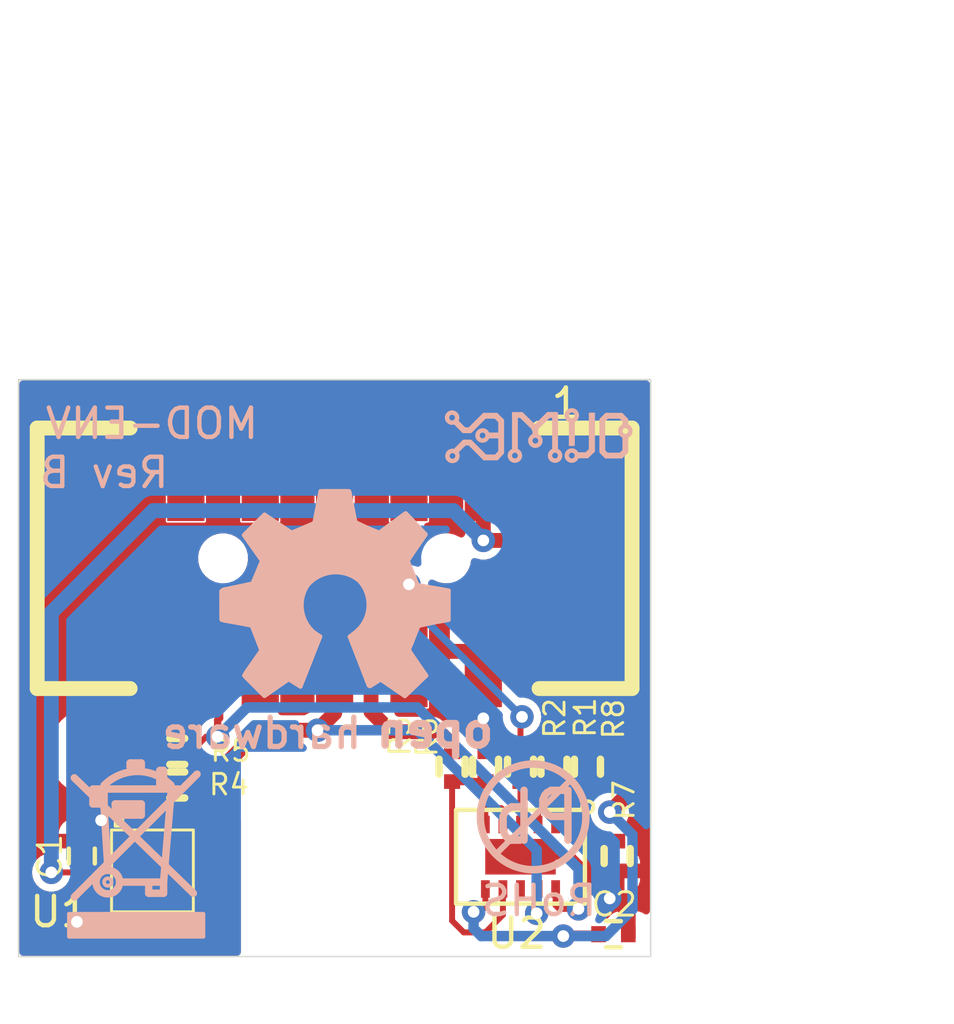
<source format=kicad_pcb>
(kicad_pcb (version 20221018) (generator pcbnew)
  (layers (0 "F.Cu" signal) (31 "B.Cu" signal) (34 "B.Paste" user) (35 "F.Paste" user) (36 "B.SilkS" user "B.Silkscreen") (37 "F.SilkS" user "F.Silkscreen") (38 "B.Mask" user) (39 "F.Mask" user) (44 "Edge.Cuts" user))
  (net 0 "")
  (net 1 "GND")
  (net 2 "VDD")
  (net 3 "Net-(CON1-Pad10)")
  (net 4 "Net-(CON1-Pad9)")
  (net 5 "Net-(CON1-Pad8)")
  (net 6 "Net-(CON1-Pad7)")
  (net 7 "Net-(CON1-Pad6)")
  (net 8 "Net-(CON1-Pad5)")
  (net 9 "Net-(CON1-Pad4)")
  (net 10 "Net-(CON1-Pad3)")
  (net 11 "Net-(R1-Pad1)")
  (net 12 "Net-(R2-Pad1)")
  (net 13 "Net-(R3-Pad1)")
  (net 14 "Net-(U2-Pad4)")
  (net 15 "Net-(R7-Pad2)")
  (footprint "OLIMEX_RLC-FP:C_0402_5MIL_DWS" (layer "F.Cu") (at 79.629 73.406 90)
    (fp_text reference "C1" (at -0.0254 -1.0922 90) (layer "F.SilkS") (effects (font (size 0.8 0.8) (thickness 0.1))))
    (fp_text value "100nF")
    (pad "1" smd rect (at -0.508 0 270) (size 0.5 0.55) (layers "F.Cu" "F.Paste" "F.Mask") (net 2 "VDD"))
    (pad "2" smd rect (at 0.508 0 90) (size 0.5 0.55) (layers "F.Cu" "F.Paste" "F.Mask") (net 1 "GND"))
  )
  (footprint "OLIMEX_RLC-FP:C_0402_5MIL_DWS" (layer "F.Cu") (at 97.79 76.073)
    (fp_text reference "C2" (at 0.0254 -1.016) (layer "F.SilkS") (effects (font (size 0.8 0.8) (thickness 0.1))))
    (fp_text value "100nF")
    (pad "1" smd rect (at -0.508 0 180) (size 0.5 0.55) (layers "F.Cu" "F.Paste" "F.Mask") (net 2 "VDD"))
    (pad "2" smd rect (at 0.508 0) (size 0.5 0.55) (layers "F.Cu" "F.Paste" "F.Mask") (net 1 "GND"))
  )
  (footprint "OLIMEX_Connectors-FP:UEXTM-SMD" (layer "F.Cu") (at 88.265 63.246)
    (fp_text reference "CON1" (at 0.126999 -0.127) (layer "F.SilkS"))
    (fp_text value "BH10S")
    (fp_text user "1" (at 7.8994 -5.2832) (layer "F.SilkS"))
    (pad "" np_thru_hole circle (at -3.81 0 270) (size 1.2 1.2) (drill 1.2) (layers "*.Cu" "*.Mask"))
    (pad "" np_thru_hole circle (at 3.81 0 270) (size 1.2 1.2) (drill 1.2) (layers "*.Cu" "*.Mask"))
    (pad "1" smd rect (at 5.08 -3.175) (size 1.27 3.81) (layers "F.Cu" "F.Mask") (net 2 "VDD") (clearance 0.0508))
    (pad "2" smd rect (at 5.08 3.175) (size 1.27 3.81) (layers "F.Cu" "F.Mask") (net 1 "GND") (clearance 0.0508))
    (pad "3" smd rect (at 2.54 -3.175) (size 1.27 3.81) (layers "F.Cu" "F.Mask") (net 10 "Net-(CON1-Pad3)") (clearance 0.0508))
    (pad "4" smd rect (at 2.54 3.175) (size 1.27 3.81) (layers "F.Cu" "F.Mask") (net 9 "Net-(CON1-Pad4)") (clearance 0.0508))
    (pad "5" smd rect (at 0 -3.175) (size 1.27 3.81) (layers "F.Cu" "F.Mask") (net 8 "Net-(CON1-Pad5)") (clearance 0.0508))
    (pad "6" smd rect (at 0 3.175) (size 1.27 3.81) (layers "F.Cu" "F.Mask") (net 7 "Net-(CON1-Pad6)") (clearance 0.0508))
    (pad "7" smd rect (at -2.54 -3.175) (size 1.27 3.81) (layers "F.Cu" "F.Mask") (net 6 "Net-(CON1-Pad7)") (clearance 0.0508))
    (pad "8" smd rect (at -2.54 3.175) (size 1.27 3.81) (layers "F.Cu" "F.Mask") (net 5 "Net-(CON1-Pad8)") (clearance 0.0508))
    (pad "9" smd rect (at -5.08 -3.175) (size 1.27 3.81) (layers "F.Cu" "F.Mask") (net 4 "Net-(CON1-Pad9)") (clearance 0.0508))
    (pad "10" smd rect (at -5.08 3.175) (size 1.27 3.81) (layers "F.Cu" "F.Mask") (net 3 "Net-(CON1-Pad10)") (clearance 0.0508))
  )
  (footprint "OLIMEX_RLC-FP:R_0402_5MIL_DWS" (layer "F.Cu") (at 95.758 70.358 90)
    (fp_text reference "R1" (at 1.6764 1.0668 90) (layer "F.SilkS") (effects (font (size 0.7 0.7) (thickness 0.1))))
    (fp_text value "4.7K")
    (pad "1" smd rect (at -0.508 0 270) (size 0.5 0.55) (layers "F.Cu" "F.Paste" "F.Mask") (net 11 "Net-(R1-Pad1)"))
    (pad "2" smd rect (at 0.508 0 90) (size 0.5 0.55) (layers "F.Cu" "F.Paste" "F.Mask") (net 2 "VDD"))
  )
  (footprint "OLIMEX_RLC-FP:R_0402_5MIL_DWS" (layer "F.Cu") (at 94.615 70.358 90)
    (fp_text reference "R2" (at 1.651 1.1684 90) (layer "F.SilkS") (effects (font (size 0.7 0.7) (thickness 0.1))))
    (fp_text value "(n.a.)100R")
    (pad "1" smd rect (at -0.508 0 270) (size 0.5 0.55) (layers "F.Cu" "F.Paste" "F.Mask") (net 12 "Net-(R2-Pad1)"))
    (pad "2" smd rect (at 0.508 0 90) (size 0.5 0.55) (layers "F.Cu" "F.Paste" "F.Mask") (net 9 "Net-(CON1-Pad4)"))
  )
  (footprint "OLIMEX_RLC-FP:R_0402_5MIL_DWS" (layer "F.Cu") (at 92.2782 70.358 90)
    (fp_text reference "R3" (at 1.0414 -1.778 90) (layer "F.SilkS") (effects (font (size 0.7 0.7) (thickness 0.1))))
    (fp_text value "(n.a.)100R")
    (pad "1" smd rect (at -0.508 0 270) (size 0.5 0.55) (layers "F.Cu" "F.Paste" "F.Mask") (net 13 "Net-(R3-Pad1)"))
    (pad "2" smd rect (at 0.508 0 90) (size 0.5 0.55) (layers "F.Cu" "F.Paste" "F.Mask") (net 10 "Net-(CON1-Pad3)"))
  )
  (footprint "OLIMEX_RLC-FP:R_0402_5MIL_DWS" (layer "F.Cu") (at 82.890848 70.980073 180)
    (fp_text reference "R4" (at -1.767352 0.012473 180) (layer "F.SilkS") (effects (font (size 0.7 0.7) (thickness 0.1))))
    (fp_text value "4.7K")
    (pad "1" smd rect (at -0.508 0) (size 0.5 0.55) (layers "F.Cu" "F.Paste" "F.Mask") (net 7 "Net-(CON1-Pad6)"))
    (pad "2" smd rect (at 0.508 0 180) (size 0.5 0.55) (layers "F.Cu" "F.Paste" "F.Mask") (net 2 "VDD"))
  )
  (footprint "OLIMEX_RLC-FP:R_0402_5MIL_DWS" (layer "F.Cu") (at 82.890848 69.837073 180)
    (fp_text reference "R5" (at -1.818152 0.012473 180) (layer "F.SilkS") (effects (font (size 0.7 0.7) (thickness 0.1))))
    (fp_text value "4.7K")
    (pad "1" smd rect (at -0.508 0) (size 0.5 0.55) (layers "F.Cu" "F.Paste" "F.Mask") (net 8 "Net-(CON1-Pad5)"))
    (pad "2" smd rect (at 0.508 0 180) (size 0.5 0.55) (layers "F.Cu" "F.Paste" "F.Mask") (net 2 "VDD"))
  )
  (footprint "OLIMEX_IC-FP:BME280" (layer "F.Cu") (at 82.042 73.914 90)
    (fp_text reference "U1" (at -1.397 -3.175 180) (layer "F.SilkS"))
    (fp_text value "BME280")
    (pad "1" smd rect (at 1.025 -0.975 90) (size 0.5 0.325) (layers "F.Cu" "F.Paste" "F.Mask") (net 1 "GND"))
    (pad "2" smd rect (at 1.025 -0.325 90) (size 0.5 0.325) (layers "F.Cu" "F.Paste" "F.Mask") (net 2 "VDD"))
    (pad "3" smd rect (at 1.025 0.325 90) (size 0.5 0.325) (layers "F.Cu" "F.Paste" "F.Mask") (net 7 "Net-(CON1-Pad6)"))
    (pad "4" smd rect (at 1.025 0.975 90) (size 0.5 0.325) (layers "F.Cu" "F.Paste" "F.Mask") (net 8 "Net-(CON1-Pad5)"))
    (pad "5" smd rect (at -1.025 0.975 90) (size 0.5 0.325) (layers "F.Cu" "F.Paste" "F.Mask") (net 2 "VDD"))
    (pad "6" smd rect (at -1.025 0.325 90) (size 0.5 0.325) (layers "F.Cu" "F.Paste" "F.Mask") (net 2 "VDD"))
    (pad "7" smd rect (at -1.025 -0.325 90) (size 0.5 0.325) (layers "F.Cu" "F.Paste" "F.Mask") (net 1 "GND"))
    (pad "8" smd rect (at -1.025 -0.975 90) (size 0.5 0.325) (layers "F.Cu" "F.Paste" "F.Mask") (net 2 "VDD"))
  )
  (footprint "OLIMEX_IC-FP:CCS811" (layer "F.Cu") (at 94.615 73.4314 -90)
    (fp_text reference "U2" (at 2.6162 0.127) (layer "F.SilkS"))
    (fp_text value "CCS811")
    (fp_poly (pts (xy -0.6 -0.9) (xy -0.3 -1.2) (xy 0.6 -1.2) (xy 0.6 1.2) (xy -0.6 1.2)) (stroke (width 0.01)) (fill solid) (layer "F.Cu"))
    (pad "1" smd rect (at -1.1 -1.2 270) (size 0.6 0.3) (layers "F.Cu" "F.Paste" "F.Mask") (net 15 "Net-(R7-Pad2)"))
    (pad "2" smd rect (at -1.1 -0.6 270) (size 0.6 0.3) (layers "F.Cu" "F.Paste" "F.Mask") (net 11 "Net-(R1-Pad1)"))
    (pad "3" smd rect (at -1.1 0 270) (size 0.6 0.3) (layers "F.Cu" "F.Paste" "F.Mask") (net 12 "Net-(R2-Pad1)"))
    (pad "4" smd rect (at -1.1 0.6 270) (size 0.6 0.3) (layers "F.Cu" "F.Paste" "F.Mask") (net 14 "Net-(U2-Pad4)"))
    (pad "5" smd rect (at -1.1 1.2 270) (size 0.6 0.3) (layers "F.Cu" "F.Paste" "F.Mask") (net 14 "Net-(U2-Pad4)"))
    (pad "6" smd rect (at 1.1 1.2 270) (size 0.6 0.3) (layers "F.Cu" "F.Paste" "F.Mask") (net 2 "VDD"))
    (pad "7" smd rect (at 1.1 0.6 270) (size 0.6 0.3) (layers "F.Cu" "F.Paste" "F.Mask") (net 13 "Net-(R3-Pad1)"))
    (pad "8" smd rect (at 1.1 0 270) (size 0.6 0.3) (layers "F.Cu" "F.Paste" "F.Mask"))
    (pad "9" smd rect (at 1.1 -0.6 270) (size 0.6 0.3) (layers "F.Cu" "F.Paste" "F.Mask") (net 7 "Net-(CON1-Pad6)"))
    (pad "10" smd rect (at 1.1 -1.2 270) (size 0.6 0.3) (layers "F.Cu" "F.Paste" "F.Mask") (net 8 "Net-(CON1-Pad5)"))
    (pad "EP" smd rect (at 0 0 270) (size 1.2 1.8) (layers "F.Cu" "F.Paste" "F.Mask") (net 1 "GND"))
  )
  (footprint "OLIMEX_Other-FP:Fiducial1x3_transp" (layer "F.Cu") (at 80.01 69.85)
    (fp_text reference "Ref*" hide)
    (fp_text value "Val**" hide)
    (pad "Fid1" connect circle (at 0 0) (size 1 1) (layers "F.Cu" "F.Mask") (clearance 1.016))
  )
  (footprint "OLIMEX_Other-FP:Fiducial1x3_transp" (layer "F.Cu") (at 96.393 61.595)
    (fp_text reference "Ref*" hide)
    (fp_text value "Val**" hide)
    (pad "Fid1" connect circle (at 0 0) (size 1 1) (layers "F.Cu" "F.Mask") (clearance 1.016))
  )
  (footprint "OLIMEX_Other-FP:NPTH_4x1" (layer "F.Cu") (at 88.265 73.5076 90)
    (fp_text reference "REF**" hide)
    (fp_text value "NPTH_4x1" hide)
    (pad "" np_thru_hole oval (at 0 0 90) (size 4.5 3.2) (drill oval 4.5 3.2) (layers "*.Cu" "*.Mask"))
  )
  (footprint "OLIMEX_RLC-FP:R_0402_5MIL_DWS" (layer "F.Cu") (at 93.4212 70.358 90)
    (fp_text reference "R6" (at 1.016 -2.0066 90) (layer "F.SilkS") (effects (font (size 0.7 0.7) (thickness 0.1))))
    (fp_text value "100R")
    (pad "1" smd rect (at -0.508 0 270) (size 0.5 0.55) (layers "F.Cu" "F.Paste" "F.Mask") (net 13 "Net-(R3-Pad1)"))
    (pad "2" smd rect (at 0.508 0 90) (size 0.5 0.55) (layers "F.Cu" "F.Paste" "F.Mask") (net 1 "GND"))
  )
  (footprint "OLIMEX_RLC-FP:R_0402_5MIL_DWS" (layer "F.Cu") (at 97.917 73.406 90)
    (fp_text reference "R7" (at 1.905 0.2286 90) (layer "F.SilkS") (effects (font (size 0.7 0.7) (thickness 0.1))))
    (fp_text value "100R")
    (pad "1" smd rect (at -0.508 0 270) (size 0.5 0.55) (layers "F.Cu" "F.Paste" "F.Mask") (net 1 "GND"))
    (pad "2" smd rect (at 0.508 0 90) (size 0.5 0.55) (layers "F.Cu" "F.Paste" "F.Mask") (net 15 "Net-(R7-Pad2)"))
  )
  (footprint "OLIMEX_RLC-FP:R_0402_5MIL_DWS" (layer "F.Cu") (at 96.901 70.358 -90)
    (fp_text reference "R8" (at -1.6256 -0.889 270) (layer "F.SilkS") (effects (font (size 0.7 0.7) (thickness 0.1))))
    (fp_text value "(N.A.)100R")
    (pad "1" smd rect (at -0.508 0 90) (size 0.5 0.55) (layers "F.Cu" "F.Paste" "F.Mask") (net 2 "VDD"))
    (pad "2" smd rect (at 0.508 0 270) (size 0.5 0.55) (layers "F.Cu" "F.Paste" "F.Mask") (net 15 "Net-(R7-Pad2)"))
  )
  (footprint "OLIMEX_LOGOs-FP:OLIMEX_LOGO_SMALL_TB" (layer "B.Cu") (at 95.25 59.055 180)
    (fp_text reference "")
    (fp_text value "")
  )
  (footprint "OLIMEX_LOGOs-FP:LOGO_OPENHARDWARE_8x8" (layer "B.Cu") (at 88.2904 64.9478 180)
    (fp_text reference "" hide)
    (fp_text value "" hide)
    (fp_text user "open" (at -3.40106 -4.17576 180) (layer "B.SilkS") (effects (font (size 1.1 1.1) (thickness 0.254)) (justify mirror)))
    (fp_text user "hardware" (at 2.51206 -4.2672 180) (layer "B.SilkS") (effects (font (thickness 0.18)) (justify mirror)))
  )
  (footprint "OLIMEX_LOGOs-FP:LOGO_PBFREE" (layer "B.Cu") (at 95.25 71.755)
    (fp_text reference "")
    (fp_text value "")
    (fp_text user "Pb" (at -0.08636 0.33528) (layer "B.SilkS") (effects (font (size 1.7 1.5) (thickness 0.254)) (justify mirror)))
  )
  (footprint "OLIMEX_LOGOs-FP:LOGO_RECYCLEBIN_1" (layer "B.Cu") (at 83.82 76.2 180)
    (fp_text reference "" hide)
    (fp_text value "" hide)
  )
  (gr_line (start 99.06 76.835) (end 77.47 76.835) (stroke (width 0.05)) (layer "Edge.Cuts"))
  (gr_line (start 77.47 57.15) (end 99.06 57.15) (stroke (width 0.05)) (layer "Edge.Cuts"))
  (gr_line (start 77.47 76.835) (end 77.47 57.15) (stroke (width 0.05)) (layer "Edge.Cuts"))
  (gr_line (start 99.06 57.15) (end 99.06 76.835) (stroke (width 0.05)) (layer "Edge.Cuts"))
  (gr_text "MOD-ENV" (at 78.3082 58.6486) (layer "B.SilkS") (effects (font (size 1 1)) (justify right mirror)))
  (gr_text "Rev B" (at 80.391 60.325) (layer "B.SilkS") (effects (font (size 1 1)) (justify mirror)))
  (gr_text "RoHS" (at 95.25 74.93) (layer "B.SilkS") (effects (font (size 1 1)) (justify mirror)))
  (segment (start 79.629 72.3138) (end 79.629 72.898) (width 0.2032) (layer "F.Cu") (net 1))
  (segment (start 93.4212 68.7832) (end 93.345 68.707) (width 0.25) (layer "F.Cu") (net 1))
  (segment (start 97.663 74.5744) (end 97.917 74.3204) (width 0.25) (layer "F.Cu") (net 1))
  (segment (start 81.717 74.939) (end 81.717 75.3922) (width 0.2032) (layer "F.Cu") (net 1))
  (segment (start 98.298 75.4888) (end 97.663 74.8538) (width 0.25) (layer "F.Cu") (net 1))
  (segment (start 96.774 73.787) (end 96.901 73.914) (width 0.25) (layer "F.Cu") (net 1))
  (segment (start 96.901 73.914) (end 97.917 73.914) (width 0.25) (layer "F.Cu") (net 1))
  (segment (start 95.7182 73.4314) (end 95.8088 73.4314) (width 0.2032) (layer "F.Cu") (net 1))
  (segment (start 80.028392 75.651079) (end 79.462707 75.651079) (width 0.2032) (layer "F.Cu") (net 1))
  (segment (start 81.717 75.3922) (end 81.458121 75.651079) (width 0.2032) (layer "F.Cu") (net 1))
  (segment (start 98.298 76.073) (end 98.298 75.4888) (width 0.25) (layer "F.Cu") (net 1))
  (segment (start 81.067 72.3294) (end 80.9244 72.1868) (width 0.2032) (layer "F.Cu") (net 1))
  (segment (start 95.7182 73.4314) (end 96.4184 73.4314) (width 0.2032) (layer "F.Cu") (net 1))
  (segment (start 97.663 74.8538) (end 97.663 74.5744) (width 0.25) (layer "F.Cu") (net 1))
  (segment (start 93.4212 69.85) (end 93.4212 68.7832) (width 0.25) (layer "F.Cu") (net 1))
  (segment (start 79.756 72.1868) (end 79.629 72.3138) (width 0.2032) (layer "F.Cu") (net 1))
  (segment (start 81.067 72.889) (end 81.067 72.3294) (width 0.2032) (layer "F.Cu") (net 1))
  (segment (start 93.345 66.421) (end 93.345 68.707) (width 0.508) (layer "F.Cu") (net 1))
  (segment (start 81.458121 75.651079) (end 80.028392 75.651079) (width 0.2032) (layer "F.Cu") (net 1))
  (segment (start 80.2894 72.1868) (end 79.756 72.1868) (width 0.2032) (layer "F.Cu") (net 1))
  (segment (start 80.9244 72.1868) (end 80.2894 72.1868) (width 0.2032) (layer "F.Cu") (net 1))
  (segment (start 97.917 74.3204) (end 97.917 73.914) (width 0.25) (layer "F.Cu") (net 1))
  (segment (start 96.4184 73.4314) (end 96.774 73.787) (width 0.2032) (layer "F.Cu") (net 1))
  (segment (start 94.615 73.4314) (end 95.7182 73.4314) (width 0.2032) (layer "F.Cu") (net 1))
  (via (at 97.663 74.8538) (size 0.8) (drill 0.4) (layers "F.Cu" "B.Cu") (net 1))
  (via (at 79.462707 75.651079) (size 0.8) (drill 0.4) (layers "F.Cu" "B.Cu") (net 1))
  (via (at 93.345 68.707) (size 0.8) (drill 0.4) (layers "F.Cu" "B.Cu") (net 1))
  (via (at 80.2894 72.1868) (size 0.8) (drill 0.4) (layers "F.Cu" "B.Cu") (net 1))
  (segment (start 85.489515 66.421) (end 91.059 66.421) (width 0.762) (layer "B.Cu") (net 1))
  (segment (start 80.2894 72.1868) (end 80.2894 71.621115) (width 0.762) (layer "B.Cu") (net 1))
  (segment (start 91.059 66.421) (end 93.345 68.707) (width 0.762) (layer "B.Cu") (net 1))
  (segment (start 80.2894 74.824386) (end 80.2894 72.1868) (width 0.762) (layer "B.Cu") (net 1))
  (segment (start 97.4344 74.392518) (end 97.681991 74.640109) (width 0.762) (layer "B.Cu") (net 1))
  (segment (start 93.345 68.707) (end 93.345 69.272685) (width 0.762) (layer "B.Cu") (net 1))
  (segment (start 97.4344 73.362085) (end 97.4344 74.392518) (width 0.762) (layer "B.Cu") (net 1))
  (segment (start 80.2894 71.621115) (end 85.489515 66.421) (width 0.762) (layer "B.Cu") (net 1))
  (segment (start 79.462707 75.651079) (end 80.2894 74.824386) (width 0.762) (layer "B.Cu") (net 1))
  (segment (start 93.345 69.272685) (end 97.4344 73.362085) (width 0.762) (layer "B.Cu") (net 1))
  (segment (start 93.345 60.071) (end 93.345 61.341) (width 0.508) (layer "F.Cu") (net 2))
  (segment (start 82.382848 69.837073) (end 82.382848 70.980073) (width 0.3556) (layer "F.Cu") (net 2))
  (segment (start 83.017 74.4858) (end 82.8516 74.3204) (width 0.2032) (layer "F.Cu") (net 2))
  (segment (start 93.415 75.1394) (end 93.24366 75.31074) (width 0.2032) (layer "F.Cu") (net 2))
  (segment (start 81.067 74.3302) (end 81.0768 74.3204) (width 0.2032) (layer "F.Cu") (net 2))
  (segment (start 82.367 74.939) (end 82.367 74.4858) (width 0.2032) (layer "F.Cu") (net 2))
  (segment (start 80.1072 73.914) (end 79.629 73.914) (width 0.2032) (layer "F.Cu") (net 2))
  (segment (start 93.345 60.071) (end 93.345 62.6364) (width 0.508) (layer "F.Cu") (net 2))
  (segment (start 83.017 74.939) (end 83.017 74.4858) (width 0.2032) (layer "F.Cu") (net 2))
  (segment (start 98.062999 71.507401) (end 97.663 71.9074) (width 0.508) (layer "F.Cu") (net 2))
  (segment (start 97.282 76.073) (end 96.141082 76.073) (width 0.25) (layer "F.Cu") (net 2))
  (segment (start 81.717 72.889) (end 81.717 74.3002) (width 0.2032) (layer "F.Cu") (net 2))
  (segment (start 93.24366 75.31074) (end 93.012478 75.31074) (width 0.2032) (layer "F.Cu") (net 2))
  (segment (start 82.3722 74.3204) (end 81.7372 74.3204) (width 0.2032) (layer "F.Cu") (net 2))
  (segment (start 81.067 74.939) (end 81.067 74.3302) (width 0.2032) (layer "F.Cu") (net 2))
  (segment (start 78.5876 73.9648) (end 79.5782 73.9648) (width 0.2032) (layer "F.Cu") (net 2))
  (segment (start 81.717 72.889) (end 81.717 71.192721) (width 0.2032) (layer "F.Cu") (net 2))
  (segment (start 80.5136 74.3204) (end 80.1072 73.914) (width 0.2032) (layer "F.Cu") (net 2))
  (segment (start 96.141082 76.073) (end 96.076541 76.137541) (width 0.25) (layer "F.Cu") (net 2))
  (segment (start 81.0768 74.3204) (end 80.5136 74.3204) (width 0.2032) (layer "F.Cu") (net 2))
  (segment (start 98.1456 69.85) (end 98.2218 69.7738) (width 0.25) (layer "F.Cu") (net 2))
  (segment (start 79.5782 73.9648) (end 79.629 73.914) (width 0.2032) (layer "F.Cu") (net 2))
  (segment (start 93.345 62.6364) (end 94.6404 62.6364) (width 0.508) (layer "F.Cu") (net 2))
  (segment (start 96.901 69.85) (end 98.1456 69.85) (width 0.25) (layer "F.Cu") (net 2))
  (segment (start 93.415 74.5314) (end 93.415 75.1394) (width 0.2032) (layer "F.Cu") (net 2))
  (segment (start 81.7372 74.3204) (end 81.0768 74.3204) (width 0.2032) (layer "F.Cu") (net 2))
  (segment (start 95.758 69.85) (end 96.901 69.85) (width 0.25) (layer "F.Cu") (net 2))
  (segment (start 98.2218 66.2178) (end 98.2218 69.7738) (width 0.508) (layer "F.Cu") (net 2))
  (segment (start 82.3722 74.4806) (end 82.3722 74.3204) (width 0.2032) (layer "F.Cu") (net 2))
  (segment (start 81.717 71.192721) (end 81.929648 70.980073) (width 0.2032) (layer "F.Cu") (net 2))
  (segment (start 98.2218 69.7738) (end 98.2218 71.3486) (width 0.508) (layer "F.Cu") (net 2))
  (segment (start 81.929648 70.980073) (end 82.382848 70.980073) (width 0.2032) (layer "F.Cu") (net 2))
  (segment (start 82.367 74.4858) (end 82.3722 74.4806) (width 0.2032) (layer "F.Cu") (net 2))
  (segment (start 98.2218 71.3486) (end 98.062999 71.507401) (width 0.508) (layer "F.Cu") (net 2))
  (segment (start 82.8516 74.3204) (end 82.3722 74.3204) (width 0.2032) (layer "F.Cu") (net 2))
  (segment (start 94.6404 62.6364) (end 98.2218 66.2178) (width 0.508) (layer "F.Cu") (net 2))
  (segment (start 81.717 74.3002) (end 81.7372 74.3204) (width 0.2032) (layer "F.Cu") (net 2))
  (via (at 93.345 62.6364) (size 0.8) (drill 0.4) (layers "F.Cu" "B.Cu") (net 2))
  (via (at 96.076541 76.137541) (size 0.8) (drill 0.4) (layers "F.Cu" "B.Cu") (net 2))
  (via (at 93.012478 75.31074) (size 0.8) (drill 0.4) (layers "F.Cu" "B.Cu") (net 2))
  (via (at 97.663 71.9074) (size 0.8) (drill 0.4) (layers "F.Cu" "B.Cu") (net 2))
  (via (at 78.5876 73.9648) (size 0.8) (drill 0.4) (layers "F.Cu" "B.Cu") (net 2))
  (segment (start 93.345 62.6364) (end 92.329 61.6204) (width 0.508) (layer "B.Cu") (net 2))
  (segment (start 93.0148 75.311004) (end 93.014536 75.31074) (width 0.2032) (layer "B.Cu") (net 2))
  (segment (start 93.012478 75.31074) (end 93.012478 75.876425) (width 0.3556) (layer "B.Cu") (net 2))
  (segment (start 92.329 61.6204) (end 82.0674 61.6204) (width 0.508) (layer "B.Cu") (net 2))
  (segment (start 82.0674 61.6204) (end 78.5876 65.1002) (width 0.508) (layer "B.Cu") (net 2))
  (segment (start 93.014536 75.31074) (end 93.012478 75.31074) (width 0.2032) (layer "B.Cu") (net 2))
  (segment (start 93.012478 75.876425) (end 93.273594 76.137541) (width 0.3556) (layer "B.Cu") (net 2))
  (segment (start 98.440801 75.227145) (end 98.440801 72.685201) (width 0.3556) (layer "B.Cu") (net 2))
  (segment (start 98.062999 72.307399) (end 97.663 71.9074) (width 0.3556) (layer "B.Cu") (net 2))
  (segment (start 96.076541 76.137541) (end 97.530405 76.137541) (width 0.3556) (layer "B.Cu") (net 2))
  (segment (start 98.440801 72.685201) (end 98.062999 72.307399) (width 0.3556) (layer "B.Cu") (net 2))
  (segment (start 93.273594 76.137541) (end 96.076541 76.137541) (width 0.3556) (layer "B.Cu") (net 2))
  (segment (start 78.5876 65.1002) (end 78.5876 73.9648) (width 0.508) (layer "B.Cu") (net 2))
  (segment (start 97.530405 76.137541) (end 98.440801 75.227145) (width 0.3556) (layer "B.Cu") (net 2))
  (segment (start 95.215 74.5314) (end 95.215 75.312639) (width 0.2032) (layer "F.Cu") (net 7))
  (segment (start 88.265 66.421) (end 88.265 68.5292) (width 0.508) (layer "F.Cu") (net 7))
  (segment (start 84.506059 70.306941) (end 84.506059 71.726496) (width 0.508) (layer "F.Cu") (net 7))
  (segment (start 85.6996 69.1134) (end 84.506059 70.306941) (width 0.508) (layer "F.Cu") (net 7))
  (segment (start 82.367 72.011921) (end 82.623921 71.755) (width 0.2032) (layer "F.Cu") (net 7))
  (segment (start 84.1756 72.056956) (end 84.1756 72.9234) (width 0.508) (layer "F.Cu") (net 7))
  (segment (start 82.623921 71.755) (end 83.398848 70.980073) (width 0.2032) (layer "F.Cu") (net 7))
  (segment (start 84.1756 73.3044) (end 84.1756 72.9234) (width 0.2032) (layer "F.Cu") (net 7))
  (segment (start 95.215 75.312639) (end 95.167899 75.35974) (width 0.2032) (layer "F.Cu") (net 7))
  (segment (start 82.367 72.889) (end 82.367 72.011921) (width 0.2032) (layer "F.Cu") (net 7))
  (segment (start 82.367 72.889) (end 82.367 73.604) (width 0.2032) (layer "F.Cu") (net 7))
  (segment (start 87.6808 69.1134) (end 85.6996 69.1134) (width 0.508) (layer "F.Cu") (net 7))
  (segment (start 82.6008 73.8378) (end 83.6422 73.8378) (width 0.2032) (layer "F.Cu") (net 7))
  (segment (start 83.6422 73.8378) (end 84.1756 73.3044) (width 0.2032) (layer "F.Cu") (net 7))
  (segment (start 82.367 73.604) (end 82.6008 73.8378) (width 0.2032) (layer "F.Cu") (net 7))
  (segment (start 88.265 68.5292) (end 87.6808 69.1134) (width 0.508) (layer "F.Cu") (net 7))
  (segment (start 84.506059 71.726496) (end 84.1756 72.056956) (width 0.508) (layer "F.Cu") (net 7))
  (via (at 87.6808 69.1134) (size 0.8) (drill 0.4) (layers "F.Cu" "B.Cu") (net 7))
  (via (at 95.167899 75.35974) (size 0.8) (drill 0.4) (layers "F.Cu" "B.Cu") (net 7))
  (segment (start 95.167899 73.196899) (end 95.167899 75.35974) (width 0.3556) (layer "B.Cu") (net 7))
  (segment (start 87.6808 69.1134) (end 91.0844 69.1134) (width 0.3556) (layer "B.Cu") (net 7))
  (segment (start 91.0844 69.1134) (end 95.167899 73.196899) (width 0.3556) (layer "B.Cu") (net 7))
  (segment (start 95.9358 75.2094) (end 96.5962 75.2094) (width 0.2032) (layer "F.Cu") (net 8))
  (segment (start 83.950449 70.413674) (end 83.398848 69.862073) (width 0.2032) (layer "F.Cu") (net 8))
  (segment (start 88.265 60.071) (end 88.265 62.484) (width 0.25) (layer "F.Cu") (net 8))
  (segment (start 83.398848 69.812073) (end 83.875898 69.335023) (width 0.2032) (layer "F.Cu") (net 8))
  (segment (start 83.017 72.429803) (end 83.950449 71.496354) (width 0.2032) (layer "F.Cu") (net 8))
  (segment (start 84.715001 64.255999) (end 84.338163 64.632837) (width 0.25) (layer "F.Cu") (net 8))
  (segment (start 84.338163 64.632837) (end 84.338163 68.701398) (width 0.25) (layer "F.Cu") (net 8))
  (segment (start 84.764999 64.255999) (end 84.715001 64.255999) (width 0.25) (layer "F.Cu") (net 8))
  (segment (start 86.558001 64.190999) (end 84.829999 64.190999) (width 0.25) (layer "F.Cu") (net 8))
  (segment (start 83.398848 69.837073) (end 83.398848 69.812073) (width 0.2032) (layer "F.Cu") (net 8))
  (segment (start 84.829999 64.190999) (end 84.764999 64.255999) (width 0.25) (layer "F.Cu") (net 8))
  (segment (start 84.338163 68.701398) (end 84.270223 68.769338) (width 0.25) (layer "F.Cu") (net 8))
  (segment (start 95.815 75.0886) (end 95.9358 75.2094) (width 0.2032) (layer "F.Cu") (net 8))
  (segment (start 84.270223 68.769338) (end 84.270223 69.335023) (width 0.25) (layer "F.Cu") (net 8))
  (segment (start 83.950449 71.496354) (end 83.950449 70.413674) (width 0.2032) (layer "F.Cu") (net 8))
  (segment (start 95.815 74.5314) (end 95.815 75.0886) (width 0.2032) (layer "F.Cu") (net 8))
  (segment (start 83.875898 69.335023) (end 84.270223 69.335023) (width 0.2032) (layer "F.Cu") (net 8))
  (segment (start 83.398848 69.862073) (end 83.398848 69.837073) (width 0.2032) (layer "F.Cu") (net 8))
  (segment (start 83.017 72.889) (end 83.017 72.429803) (width 0.2032) (layer "F.Cu") (net 8))
  (segment (start 88.265 62.484) (end 86.558001 64.190999) (width 0.25) (layer "F.Cu") (net 8))
  (via (at 84.270223 69.335023) (size 0.8) (drill 0.4) (layers "F.Cu" "B.Cu") (net 8))
  (via (at 96.5962 75.2094) (size 0.8) (drill 0.4) (layers "F.Cu" "B.Cu") (net 8))
  (segment (start 91.09235 68.335599) (end 85.269647 68.335599) (width 0.3556) (layer "B.Cu") (net 8))
  (segment (start 84.670222 68.935024) (end 84.270223 69.335023) (width 0.3556) (layer "B.Cu") (net 8))
  (segment (start 96.5962 75.2094) (end 96.5962 73.839449) (width 0.3556) (layer "B.Cu") (net 8))
  (segment (start 85.269647 68.335599) (end 84.670222 68.935024) (width 0.3556) (layer "B.Cu") (net 8))
  (segment (start 96.5962 73.839449) (end 91.09235 68.335599) (width 0.3556) (layer "B.Cu") (net 8))
  (segment (start 94.615 68.707) (end 94.6404 68.6816) (width 0.2032) (layer "F.Cu") (net 9))
  (segment (start 94.6658 68.6562) (end 94.6404 68.6816) (width 0.508) (layer "F.Cu") (net 9))
  (segment (start 90.805 66.421) (end 90.805 64.135) (width 0.25) (layer "F.Cu") (net 9))
  (segment (start 94.615 69.85) (end 94.615 68.707) (width 0.2032) (layer "F.Cu") (net 9))
  (via (at 94.6658 68.6562) (size 0.8) (drill 0.4) (layers "F.Cu" "B.Cu") (net 9))
  (via (at 90.805 64.135) (size 0.8) (drill 0.4) (layers "F.Cu" "B.Cu") (net 9))
  (segment (start 90.805 64.7954) (end 94.6658 68.6562) (width 0.25) (layer "B.Cu") (net 9))
  (segment (start 90.805 64.135) (end 90.805 64.7954) (width 0.25) (layer "B.Cu") (net 9))
  (segment (start 92.2782 69.3968) (end 92.0456 69.1642) (width 0.2032) (layer "F.Cu") (net 10))
  (segment (start 90.190998 69.1642) (end 89.5096 68.482802) (width 0.508) (layer "F.Cu") (net 10))
  (segment (start 89.5096 64.0588) (end 90.805 62.7634) (width 0.508) (layer "F.Cu") (net 10))
  (segment (start 91.5924 69.1642) (end 90.190998 69.1642) (width 0.508) (layer "F.Cu") (net 10))
  (segment (start 92.2782 69.85) (end 92.2782 69.3968) (width 0.2032) (layer "F.Cu") (net 10))
  (segment (start 89.5096 68.482802) (end 89.5096 64.0588) (width 0.508) (layer "F.Cu") (net 10))
  (segment (start 90.805 62.7634) (end 90.805 60.071) (width 0.508) (layer "F.Cu") (net 10))
  (segment (start 92.0456 69.1642) (end 91.5924 69.1642) (width 0.2032) (layer "F.Cu") (net 10))
  (segment (start 95.215 71.8916) (end 95.758 71.3486) (width 0.2032) (layer "F.Cu") (net 11))
  (segment (start 95.758 71.3486) (end 95.758 70.866) (width 0.2032) (layer "F.Cu") (net 11))
  (segment (start 95.215 72.3314) (end 95.215 71.8916) (width 0.2032) (layer "F.Cu") (net 11))
  (segment (start 94.615 70.866) (end 94.615 72.3314) (width 0.2032) (layer "F.Cu") (net 12))
  (segment (start 92.2782 70.866) (end 92.2782 75.612766) (width 0.2032) (layer "F.Cu") (net 13))
  (segment (start 94.015 75.41345) (end 94.015 74.5314) (width 0.2032) (layer "F.Cu") (net 13))
  (segment (start 92.2782 70.866) (end 93.4212 70.866) (width 0.25) (layer "F.Cu") (net 13))
  (segment (start 92.678035 76.012601) (end 93.415849 76.012601) (width 0.2032) (layer "F.Cu") (net 13))
  (segment (start 93.415849 76.012601) (end 94.015 75.41345) (width 0.2032) (layer "F.Cu") (net 13))
  (segment (start 92.2782 75.612766) (end 92.678035 76.012601) (width 0.2032) (layer "F.Cu") (net 13))
  (segment (start 93.415 71.8282) (end 93.472 71.7712) (width 0.2032) (layer "F.Cu") (net 14))
  (segment (start 94.015 71.8282) (end 94.015 72.3314) (width 0.2032) (layer "F.Cu") (net 14))
  (segment (start 93.415 72.3314) (end 93.415 71.8282) (width 0.2032) (layer "F.Cu") (net 14))
  (segment (start 93.472 71.7712) (end 93.958 71.7712) (width 0.2032) (layer "F.Cu") (net 14))
  (segment (start 93.958 71.7712) (end 94.015 71.8282) (width 0.2032) (layer "F.Cu") (net 14))
  (segment (start 96.139 71.628) (end 96.6978 71.628) (width 0.25) (layer "F.Cu") (net 15))
  (segment (start 96.6978 71.628) (end 96.901 71.4248) (width 0.25) (layer "F.Cu") (net 15))
  (segment (start 97.1042 72.898) (end 97.917 72.898) (width 0.25) (layer "F.Cu") (net 15))
  (segment (start 95.815 72.3314) (end 95.815 71.952) (width 0.25) (layer "F.Cu") (net 15))
  (segment (start 95.815 71.952) (end 96.139 71.628) (width 0.25) (layer "F.Cu") (net 15))
  (segment (start 96.6978 71.628) (end 96.6978 72.4916) (width 0.25) (layer "F.Cu") (net 15))
  (segment (start 96.901 71.4248) (end 96.901 70.866) (width 0.25) (layer "F.Cu") (net 15))
  (segment (start 96.6978 72.4916) (end 97.1042 72.898) (width 0.25) (layer "F.Cu") (net 15))
  (zone (net 1) (net_name "GND") (layer "F.Cu") (connect_pads (clearance 0.254)) (min_thickness 0.254) (fill yes (thermal_gap 0.508) (thermal_bridge_width 0.508))
    (polygon (pts (xy 76.835 56.515) (xy 99.695 56.515) (xy 99.695 77.47) (xy 76.835 77.47)))
  )
  (zone (net 0) (net_name "") (layer "F.Cu") (connect_pads (clearance 0)) (min_thickness 0.254)
    (keepout (tracks allowed) (vias allowed) (pads allowed) (copperpour not_allowed) (footprints allowed))
    (fill (thermal_gap 0.508) (thermal_bridge_width 0.508))
    (polygon (pts (xy 92.4814 71.8312) (xy 96.774 71.8312) (xy 96.774 75.0316) (xy 92.4306 75.0062)))
  )
  (zone (net 0) (net_name "") (layers "F&B.Cu") (connect_pads (clearance 0)) (min_thickness 0.254)
    (keepout (tracks allowed) (vias allowed) (pads allowed) (copperpour not_allowed) (footprints allowed))
    (fill (thermal_gap 0.508) (thermal_bridge_width 0.508))
    (polygon (pts (xy 85.0646 76.8858) (xy 85.0646 69.85) (xy 91.5162 69.85) (xy 91.5162 76.8858)))
  )
  (zone (net 1) (net_name "GND") (layer "B.Cu") (connect_pads (clearance 0.254)) (min_thickness 0.254) (fill yes (thermal_gap 0.508) (thermal_bridge_width 0.508))
    (polygon (pts (xy 76.835 56.515) (xy 99.695 56.515) (xy 99.695 77.47) (xy 76.835 77.47)))
  )
)
</source>
